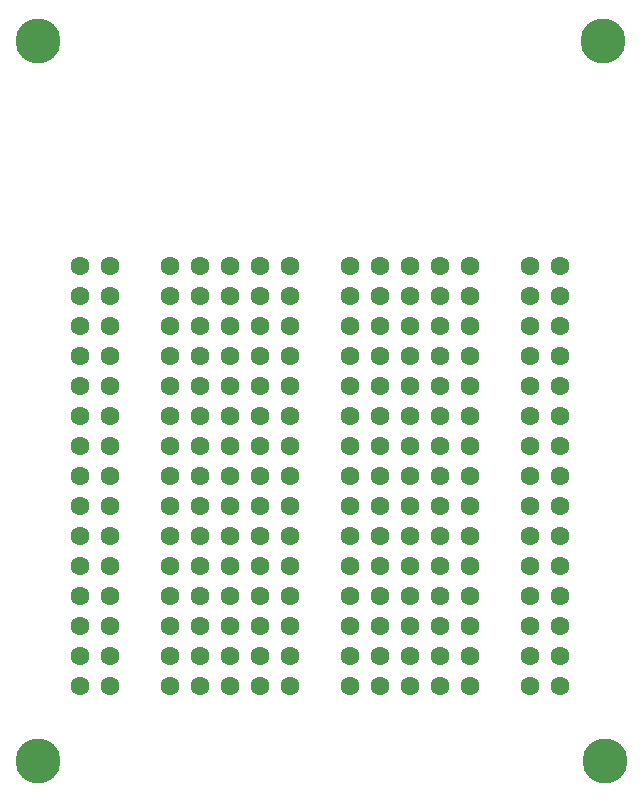
<source format=gbl>
G04 #@! TF.GenerationSoftware,KiCad,Pcbnew,8.0.2*
G04 #@! TF.CreationDate,2024-08-26T09:40:55-06:00*
G04 #@! TF.ProjectId,Perfboard_0.25,50657266-626f-4617-9264-5f302e32352e,rev?*
G04 #@! TF.SameCoordinates,Original*
G04 #@! TF.FileFunction,Copper,L2,Bot*
G04 #@! TF.FilePolarity,Positive*
%FSLAX46Y46*%
G04 Gerber Fmt 4.6, Leading zero omitted, Abs format (unit mm)*
G04 Created by KiCad (PCBNEW 8.0.2) date 2024-08-26 09:40:55*
%MOMM*%
%LPD*%
G01*
G04 APERTURE LIST*
G04 #@! TA.AperFunction,ComponentPad*
%ADD10C,1.600000*%
G04 #@! TD*
G04 #@! TA.AperFunction,ComponentPad*
%ADD11C,2.600000*%
G04 #@! TD*
G04 #@! TA.AperFunction,ConnectorPad*
%ADD12C,3.800000*%
G04 #@! TD*
G04 APERTURE END LIST*
D10*
X142240000Y-83820000D03*
X139700000Y-78740000D03*
X160020000Y-66040000D03*
X144780000Y-78740000D03*
X129540000Y-86360000D03*
X162560000Y-91440000D03*
X144780000Y-86360000D03*
X142240000Y-73660000D03*
X147320000Y-101600000D03*
X170180000Y-91440000D03*
X160020000Y-76200000D03*
X167640000Y-101600000D03*
X137160000Y-78740000D03*
X154940000Y-68580000D03*
X170180000Y-73660000D03*
X144780000Y-68580000D03*
X144780000Y-73660000D03*
X162560000Y-71120000D03*
X137160000Y-76200000D03*
X162560000Y-86360000D03*
X139700000Y-99060000D03*
X147320000Y-73660000D03*
X157480000Y-88900000D03*
X144780000Y-76200000D03*
X139700000Y-96520000D03*
X162560000Y-83820000D03*
X152400000Y-83820000D03*
X142240000Y-91440000D03*
X170180000Y-76200000D03*
X152400000Y-81280000D03*
X142240000Y-96520000D03*
X160020000Y-99060000D03*
X152400000Y-91440000D03*
X132080000Y-66040000D03*
X147320000Y-96520000D03*
X154940000Y-73660000D03*
D11*
X173860000Y-47000000D03*
D12*
X173860000Y-47000000D03*
D10*
X132080000Y-78740000D03*
X132080000Y-81280000D03*
X142240000Y-101600000D03*
X154940000Y-81280000D03*
X167640000Y-99060000D03*
X142240000Y-81280000D03*
X139700000Y-93980000D03*
X167640000Y-93980000D03*
X157480000Y-78740000D03*
X152400000Y-99060000D03*
X154940000Y-93980000D03*
X132080000Y-91440000D03*
X162560000Y-88900000D03*
X157480000Y-81280000D03*
X139700000Y-81280000D03*
X129540000Y-81280000D03*
X167640000Y-91440000D03*
X167640000Y-76200000D03*
X132080000Y-83820000D03*
X167640000Y-86360000D03*
X139700000Y-76200000D03*
X129540000Y-76200000D03*
X144780000Y-93980000D03*
X147320000Y-93980000D03*
X147320000Y-66040000D03*
D11*
X126000000Y-47000000D03*
D12*
X126000000Y-47000000D03*
D10*
X129540000Y-88900000D03*
X157480000Y-93980000D03*
X147320000Y-76200000D03*
X152400000Y-76200000D03*
X154940000Y-96520000D03*
X154940000Y-86360000D03*
X147320000Y-86360000D03*
X144780000Y-66040000D03*
X129540000Y-96520000D03*
X139700000Y-101600000D03*
X167640000Y-66040000D03*
X144780000Y-81280000D03*
X167640000Y-96520000D03*
X137160000Y-73660000D03*
X129540000Y-93980000D03*
X132080000Y-99060000D03*
X144780000Y-91440000D03*
X132080000Y-68580000D03*
X154940000Y-101600000D03*
X144780000Y-83820000D03*
X170180000Y-101600000D03*
X170180000Y-83820000D03*
X157480000Y-96520000D03*
X132080000Y-93980000D03*
X129540000Y-91440000D03*
D11*
X174000000Y-108000000D03*
D12*
X174000000Y-108000000D03*
D10*
X154940000Y-88900000D03*
X170180000Y-93980000D03*
X137160000Y-99060000D03*
X170180000Y-96520000D03*
X162560000Y-93980000D03*
X167640000Y-78740000D03*
X129540000Y-73660000D03*
X162560000Y-96520000D03*
X157480000Y-91440000D03*
X139700000Y-66040000D03*
X157480000Y-101600000D03*
X162560000Y-73660000D03*
X170180000Y-86360000D03*
X167640000Y-68580000D03*
X147320000Y-91440000D03*
X142240000Y-78740000D03*
X162560000Y-99060000D03*
X144780000Y-99060000D03*
X162560000Y-81280000D03*
X167640000Y-71120000D03*
X137160000Y-71120000D03*
X152400000Y-88900000D03*
X170180000Y-99060000D03*
X147320000Y-71120000D03*
X152400000Y-68580000D03*
X152400000Y-78740000D03*
X142240000Y-68580000D03*
X139700000Y-88900000D03*
X157480000Y-83820000D03*
X137160000Y-93980000D03*
X157480000Y-73660000D03*
X137160000Y-96520000D03*
X132080000Y-76200000D03*
X137160000Y-81280000D03*
X142240000Y-93980000D03*
X160020000Y-96520000D03*
X160020000Y-68580000D03*
X154940000Y-78740000D03*
X147320000Y-99060000D03*
X157480000Y-86360000D03*
X132080000Y-71120000D03*
X160020000Y-73660000D03*
X154940000Y-66040000D03*
X162560000Y-76200000D03*
X162560000Y-68580000D03*
X154940000Y-91440000D03*
X170180000Y-68580000D03*
X142240000Y-86360000D03*
X160020000Y-88900000D03*
X142240000Y-66040000D03*
X160020000Y-101600000D03*
X157480000Y-76200000D03*
X167640000Y-83820000D03*
X152400000Y-96520000D03*
X152400000Y-93980000D03*
X139700000Y-68580000D03*
X154940000Y-99060000D03*
X139700000Y-73660000D03*
X132080000Y-88900000D03*
X147320000Y-83820000D03*
X144780000Y-71120000D03*
X152400000Y-71120000D03*
X129540000Y-101600000D03*
X154940000Y-71120000D03*
X160020000Y-91440000D03*
X170180000Y-66040000D03*
X129540000Y-99060000D03*
X152400000Y-73660000D03*
X139700000Y-91440000D03*
X137160000Y-101600000D03*
X137160000Y-91440000D03*
X139700000Y-86360000D03*
X137160000Y-83820000D03*
X157480000Y-71120000D03*
X144780000Y-101600000D03*
X162560000Y-101600000D03*
X137160000Y-68580000D03*
X157480000Y-66040000D03*
X167640000Y-88900000D03*
X132080000Y-73660000D03*
X147320000Y-78740000D03*
X129540000Y-68580000D03*
X167640000Y-81280000D03*
X160020000Y-83820000D03*
X147320000Y-81280000D03*
X152400000Y-86360000D03*
D11*
X126000000Y-108000000D03*
D12*
X126000000Y-108000000D03*
D10*
X160020000Y-93980000D03*
X157480000Y-99060000D03*
X132080000Y-101600000D03*
X170180000Y-78740000D03*
X160020000Y-86360000D03*
X154940000Y-83820000D03*
X142240000Y-76200000D03*
X147320000Y-68580000D03*
X132080000Y-86360000D03*
X139700000Y-83820000D03*
X129540000Y-83820000D03*
X162560000Y-66040000D03*
X167640000Y-73660000D03*
X129540000Y-71120000D03*
X152400000Y-101600000D03*
X157480000Y-68580000D03*
X137160000Y-86360000D03*
X170180000Y-88900000D03*
X160020000Y-78740000D03*
X170180000Y-81280000D03*
X129540000Y-78740000D03*
X152400000Y-66040000D03*
X147320000Y-88900000D03*
X162560000Y-78740000D03*
X129540000Y-66040000D03*
X160020000Y-71120000D03*
X154940000Y-76200000D03*
X142240000Y-88900000D03*
X132080000Y-96520000D03*
X137160000Y-66040000D03*
X142240000Y-99060000D03*
X144780000Y-88900000D03*
X160020000Y-81280000D03*
X139700000Y-71120000D03*
X137160000Y-88900000D03*
X144780000Y-96520000D03*
X170180000Y-71120000D03*
X142240000Y-71120000D03*
M02*

</source>
